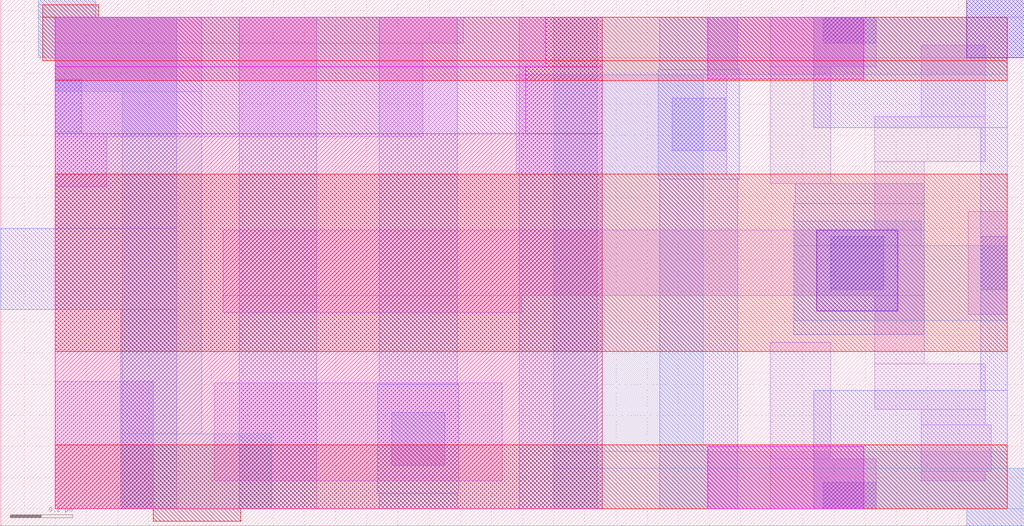
<source format=lef>
# Copyright 2020 The SkyWater PDK Authors
#
# Licensed under the Apache License, Version 2.0 (the "License");
# you may not use this file except in compliance with the License.
# You may obtain a copy of the License at
#
#     https://www.apache.org/licenses/LICENSE-2.0
#
# Unless required by applicable law or agreed to in writing, software
# distributed under the License is distributed on an "AS IS" BASIS,
# WITHOUT WARRANTIES OR CONDITIONS OF ANY KIND, either express or implied.
# See the License for the specific language governing permissions and
# limitations under the License.
#
# SPDX-License-Identifier: Apache-2.0

VERSION 5.7 ;
  NOWIREEXTENSIONATPIN ON ;
  DIVIDERCHAR "/" ;
  BUSBITCHARS "[]" ;
MACRO sky130_fd_bd_sram__sram_dp_swldrv_opt3c
  CLASS BLOCK ;
  FOREIGN sky130_fd_bd_sram__sram_dp_swldrv_opt3c ;
  ORIGIN  0.175000  0.055000 ;
  SIZE  3.285000 BY  1.690000 ;
  OBS
    LAYER li1 ;
      RECT 0.000000 0.000000 0.315000 0.410000 ;
      RECT 0.000000 1.035000 0.165000 1.195000 ;
      RECT 0.000000 1.195000 1.180000 1.495000 ;
      RECT 0.000000 1.495000 1.310000 1.580000 ;
      RECT 0.510000 0.090000 1.435000 0.405000 ;
      RECT 0.540000 0.630000 1.495000 0.685000 ;
      RECT 0.540000 0.685000 2.790000 0.895000 ;
      RECT 1.480000 1.075000 2.155000 1.395000 ;
      RECT 2.295000 0.000000 2.635000 0.160000 ;
      RECT 2.295000 0.160000 2.490000 0.535000 ;
      RECT 2.295000 1.045000 2.490000 1.420000 ;
      RECT 2.295000 1.420000 2.635000 1.580000 ;
      RECT 2.630000 0.320000 2.985000 0.465000 ;
      RECT 2.630000 0.465000 2.790000 0.685000 ;
      RECT 2.630000 0.895000 2.790000 1.115000 ;
      RECT 2.630000 1.115000 2.985000 1.260000 ;
      RECT 2.780000 0.090000 2.985000 0.120000 ;
      RECT 2.780000 0.120000 3.005000 0.270000 ;
      RECT 2.780000 0.270000 2.985000 0.320000 ;
      RECT 2.780000 1.260000 2.985000 1.490000 ;
      RECT 2.930000 0.625000 3.055000 0.955000 ;
    LAYER mcon ;
      RECT 0.000000 1.210000 0.085000 1.380000 ;
      RECT 1.080000 0.140000 1.250000 0.310000 ;
      RECT 1.980000 1.150000 2.150000 1.320000 ;
      RECT 2.465000 0.000000 2.635000 0.085000 ;
      RECT 2.465000 1.495000 2.635000 1.580000 ;
      RECT 2.490000 0.705000 2.660000 0.875000 ;
      RECT 2.970000 0.705000 3.055000 0.875000 ;
    LAYER met1 ;
      RECT -0.175000  0.640000 0.390000 0.900000 ;
      RECT -0.055000  1.450000 0.390000 1.580000 ;
      RECT -0.055000  1.580000 0.130000 1.635000 ;
      RECT  0.000000  0.900000 0.390000 1.450000 ;
      RECT  0.210000  0.000000 0.390000 0.640000 ;
      RECT  0.590000  0.000000 0.840000 1.580000 ;
      RECT  1.035000  0.050000 1.295000 0.400000 ;
      RECT  1.040000  0.000000 1.290000 0.050000 ;
      RECT  1.040000  0.400000 1.290000 1.580000 ;
      RECT  1.490000  0.000000 1.740000 1.580000 ;
      RECT  1.935000  1.060000 2.195000 1.410000 ;
      RECT  1.940000  0.000000 2.190000 1.060000 ;
      RECT  1.940000  1.410000 2.190000 1.580000 ;
      RECT  2.370000  0.560000 2.790000 0.980000 ;
      RECT  2.375000  0.980000 2.790000 1.045000 ;
      RECT  2.435000  0.000000 3.110000 0.130000 ;
      RECT  2.435000  0.130000 3.055000 0.380000 ;
      RECT  2.435000  1.225000 3.055000 1.450000 ;
      RECT  2.435000  1.450000 3.110000 1.580000 ;
      RECT  2.925000 -0.055000 3.110000 0.000000 ;
      RECT  2.925000  1.580000 3.110000 1.635000 ;
      RECT  2.970000  0.380000 3.055000 1.225000 ;
    LAYER met2 ;
      RECT -0.055000  1.450000 0.470000 1.580000 ;
      RECT -0.055000  1.580000 0.140000 1.620000 ;
      RECT -0.055000  1.620000 0.130000 1.635000 ;
      RECT -0.040000  1.440000 0.470000 1.450000 ;
      RECT  0.000000  1.340000 0.470000 1.440000 ;
      RECT  0.215000  0.000000 0.695000 0.240000 ;
      RECT  0.215000  0.240000 0.470000 1.340000 ;
      RECT  0.315000 -0.040000 0.595000 0.000000 ;
      RECT  1.600000  0.000000 3.110000 0.130000 ;
      RECT  1.600000  0.130000 3.055000 0.185000 ;
      RECT  1.600000  0.185000 2.080000 1.395000 ;
      RECT  1.600000  1.395000 3.055000 1.450000 ;
      RECT  1.600000  1.450000 3.110000 1.580000 ;
      RECT  2.370000  0.605000 3.055000 0.845000 ;
      RECT  2.370000  0.845000 2.780000 0.925000 ;
      RECT  2.925000 -0.055000 3.110000 0.000000 ;
      RECT  2.925000  1.580000 3.110000 1.635000 ;
    LAYER met3 ;
      RECT -0.040000  1.440000 3.055000 1.580000 ;
      RECT -0.040000  1.580000 0.140000 1.620000 ;
      RECT  0.000000  0.000000 3.055000 0.205000 ;
      RECT  0.000000  0.505000 3.055000 1.075000 ;
      RECT  0.000000  1.375000 3.055000 1.440000 ;
      RECT  0.315000 -0.040000 0.595000 0.000000 ;
    LAYER nwell ;
      RECT 0.000000 0.000000 1.755000 1.205000 ;
    LAYER nwell ;
      RECT 1.510000 1.205000 1.755000 1.420000 ;
    LAYER nwell ;
      RECT 1.575000 1.420000 1.755000 1.580000 ;
    LAYER pwell ;
      RECT 0.000000 1.205000 1.510000 1.420000 ;
    LAYER pwell ;
      RECT 0.000000 1.420000 1.575000 1.580000 ;
    LAYER pwell ;
      RECT 2.095000 0.000000 2.595000 0.200000 ;
    LAYER pwell ;
      RECT 2.095000 1.380000 2.595000 1.580000 ;
    LAYER via ;
      RECT 2.445000 0.635000 2.705000 0.895000 ;
      RECT 2.925000 1.450000 3.110000 1.635000 ;
  END
END sky130_fd_bd_sram__sram_dp_swldrv_opt3c
END LIBRARY

</source>
